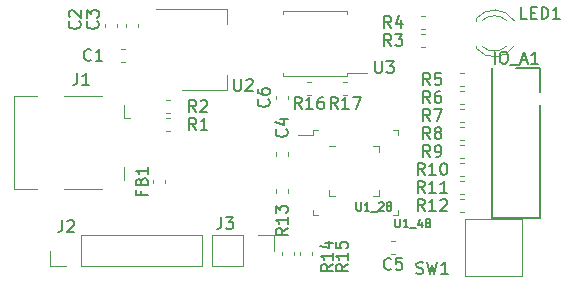
<source format=gbr>
G04 #@! TF.GenerationSoftware,KiCad,Pcbnew,(5.1.4)-1*
G04 #@! TF.CreationDate,2019-11-22T21:00:23+08:00*
G04 #@! TF.ProjectId,vllink_lite.r3,766c6c69-6e6b-45f6-9c69-74652e72332e,rev?*
G04 #@! TF.SameCoordinates,Original*
G04 #@! TF.FileFunction,Legend,Top*
G04 #@! TF.FilePolarity,Positive*
%FSLAX46Y46*%
G04 Gerber Fmt 4.6, Leading zero omitted, Abs format (unit mm)*
G04 Created by KiCad (PCBNEW (5.1.4)-1) date 2019-11-22 21:00:23*
%MOMM*%
%LPD*%
G04 APERTURE LIST*
%ADD10C,0.120000*%
%ADD11C,0.150000*%
G04 APERTURE END LIST*
D10*
X90110000Y-121726000D02*
X90110000Y-120396000D01*
X91440000Y-121726000D02*
X90110000Y-121726000D01*
X92710000Y-121726000D02*
X92710000Y-119066000D01*
X92710000Y-119066000D02*
X102930000Y-119066000D01*
X92710000Y-121726000D02*
X102930000Y-121726000D01*
X102930000Y-121726000D02*
X102930000Y-119066000D01*
X130042000Y-117714000D02*
X125242000Y-117714000D01*
X130042000Y-122514000D02*
X130042000Y-117714000D01*
X125242000Y-122514000D02*
X130042000Y-122514000D01*
X125242000Y-117714000D02*
X125242000Y-122514000D01*
X114239000Y-111555000D02*
X113714000Y-111555000D01*
X117934000Y-115775000D02*
X117934000Y-115250000D01*
X117409000Y-115775000D02*
X117934000Y-115775000D01*
X113714000Y-115775000D02*
X113714000Y-115250000D01*
X114239000Y-115775000D02*
X113714000Y-115775000D01*
X117934000Y-111555000D02*
X117934000Y-112080000D01*
X117409000Y-111555000D02*
X117934000Y-111555000D01*
X112341000Y-110644000D02*
X111051000Y-110644000D01*
X112341000Y-110194000D02*
X112341000Y-110644000D01*
X112791000Y-110194000D02*
X112341000Y-110194000D01*
X119561000Y-110194000D02*
X119561000Y-110644000D01*
X119111000Y-110194000D02*
X119561000Y-110194000D01*
X112341000Y-117414000D02*
X112341000Y-116964000D01*
X112791000Y-117414000D02*
X112341000Y-117414000D01*
X119561000Y-117414000D02*
X119561000Y-116964000D01*
X119111000Y-117414000D02*
X119561000Y-117414000D01*
X109026000Y-119066000D02*
X109026000Y-120396000D01*
X107696000Y-119066000D02*
X109026000Y-119066000D01*
X106426000Y-119066000D02*
X106426000Y-121726000D01*
X106426000Y-121726000D02*
X103826000Y-121726000D01*
X106426000Y-119066000D02*
X103826000Y-119066000D01*
X103826000Y-119066000D02*
X103826000Y-121726000D01*
X115247000Y-105335000D02*
X116922000Y-105335000D01*
X115247000Y-105595000D02*
X115247000Y-105335000D01*
X112522000Y-105595000D02*
X115247000Y-105595000D01*
X109797000Y-105595000D02*
X109797000Y-105335000D01*
X112522000Y-105595000D02*
X109797000Y-105595000D01*
X115247000Y-100145000D02*
X115247000Y-100405000D01*
X112522000Y-100145000D02*
X115247000Y-100145000D01*
X109797000Y-100145000D02*
X109797000Y-100405000D01*
X112522000Y-100145000D02*
X109797000Y-100145000D01*
X99024000Y-99968000D02*
X105034000Y-99968000D01*
X101274000Y-106788000D02*
X105034000Y-106788000D01*
X105034000Y-99968000D02*
X105034000Y-101228000D01*
X105034000Y-106788000D02*
X105034000Y-105528000D01*
X114899221Y-107190000D02*
X115224779Y-107190000D01*
X114899221Y-106170000D02*
X115224779Y-106170000D01*
X111851221Y-107190000D02*
X112176779Y-107190000D01*
X111851221Y-106170000D02*
X112176779Y-106170000D01*
X111250000Y-120487221D02*
X111250000Y-120812779D01*
X112270000Y-120487221D02*
X112270000Y-120812779D01*
X109726000Y-120487221D02*
X109726000Y-120812779D01*
X110746000Y-120487221D02*
X110746000Y-120812779D01*
X110238000Y-115504279D02*
X110238000Y-115178721D01*
X109218000Y-115504279D02*
X109218000Y-115178721D01*
X124805221Y-117096000D02*
X125130779Y-117096000D01*
X124805221Y-116076000D02*
X125130779Y-116076000D01*
X125130779Y-114552000D02*
X124805221Y-114552000D01*
X125130779Y-115572000D02*
X124805221Y-115572000D01*
X124805221Y-114048000D02*
X125130779Y-114048000D01*
X124805221Y-113028000D02*
X125130779Y-113028000D01*
X125130779Y-111504000D02*
X124805221Y-111504000D01*
X125130779Y-112524000D02*
X124805221Y-112524000D01*
X124805221Y-111000000D02*
X125130779Y-111000000D01*
X124805221Y-109980000D02*
X125130779Y-109980000D01*
X125130779Y-108456000D02*
X124805221Y-108456000D01*
X125130779Y-109476000D02*
X124805221Y-109476000D01*
X125130779Y-106932000D02*
X124805221Y-106932000D01*
X125130779Y-107952000D02*
X124805221Y-107952000D01*
X125130779Y-105408000D02*
X124805221Y-105408000D01*
X125130779Y-106428000D02*
X124805221Y-106428000D01*
X121503221Y-101602000D02*
X121828779Y-101602000D01*
X121503221Y-100582000D02*
X121828779Y-100582000D01*
X121503221Y-103126000D02*
X121828779Y-103126000D01*
X121503221Y-102106000D02*
X121828779Y-102106000D01*
X100238779Y-107694000D02*
X99913221Y-107694000D01*
X100238779Y-108714000D02*
X99913221Y-108714000D01*
X100238779Y-109218000D02*
X99913221Y-109218000D01*
X100238779Y-110238000D02*
X99913221Y-110238000D01*
X126132000Y-103094000D02*
X126132000Y-103250000D01*
X126132000Y-100778000D02*
X126132000Y-100934000D01*
X128733130Y-103093837D02*
G75*
G02X126651039Y-103094000I-1041130J1079837D01*
G01*
X128733130Y-100934163D02*
G75*
G03X126651039Y-100934000I-1041130J-1079837D01*
G01*
X129364335Y-103092608D02*
G75*
G02X126132000Y-103249516I-1672335J1078608D01*
G01*
X129364335Y-100935392D02*
G75*
G03X126132000Y-100778484I-1672335J-1078608D01*
G01*
X87054000Y-107342000D02*
X89004000Y-107342000D01*
X91224000Y-107342000D02*
X94454000Y-107342000D01*
X96374000Y-108062000D02*
X96374000Y-109142000D01*
X96374000Y-113362000D02*
X96374000Y-114442000D01*
X91224000Y-115162000D02*
X94454000Y-115162000D01*
X87054000Y-115162000D02*
X89004000Y-115162000D01*
X96374000Y-109142000D02*
X96804000Y-109142000D01*
X87054000Y-115162000D02*
X87054000Y-107342000D01*
D11*
X131572000Y-108077000D02*
X131572000Y-117602000D01*
X127508000Y-117602000D02*
X127508000Y-104902000D01*
X131572000Y-104902000D02*
X131572000Y-106934000D01*
X129540000Y-104902000D02*
X131572000Y-104902000D01*
X127508000Y-117602000D02*
X131572000Y-117602000D01*
D10*
X99824000Y-114716779D02*
X99824000Y-114391221D01*
X98804000Y-114716779D02*
X98804000Y-114391221D01*
X109218000Y-107279221D02*
X109218000Y-107604779D01*
X110238000Y-107279221D02*
X110238000Y-107604779D01*
X119288779Y-119632000D02*
X118963221Y-119632000D01*
X119288779Y-120652000D02*
X118963221Y-120652000D01*
X110238000Y-112405279D02*
X110238000Y-112079721D01*
X109218000Y-112405279D02*
X109218000Y-112079721D01*
X97538000Y-101508779D02*
X97538000Y-101183221D01*
X96518000Y-101508779D02*
X96518000Y-101183221D01*
X95760000Y-101508779D02*
X95760000Y-101183221D01*
X94740000Y-101508779D02*
X94740000Y-101183221D01*
X96403279Y-103376000D02*
X96077721Y-103376000D01*
X96403279Y-104396000D02*
X96077721Y-104396000D01*
D11*
X91106666Y-117816380D02*
X91106666Y-118530666D01*
X91059047Y-118673523D01*
X90963809Y-118768761D01*
X90820952Y-118816380D01*
X90725714Y-118816380D01*
X91535238Y-117911619D02*
X91582857Y-117864000D01*
X91678095Y-117816380D01*
X91916190Y-117816380D01*
X92011428Y-117864000D01*
X92059047Y-117911619D01*
X92106666Y-118006857D01*
X92106666Y-118102095D01*
X92059047Y-118244952D01*
X91487619Y-118816380D01*
X92106666Y-118816380D01*
X121094666Y-122324761D02*
X121237523Y-122372380D01*
X121475619Y-122372380D01*
X121570857Y-122324761D01*
X121618476Y-122277142D01*
X121666095Y-122181904D01*
X121666095Y-122086666D01*
X121618476Y-121991428D01*
X121570857Y-121943809D01*
X121475619Y-121896190D01*
X121285142Y-121848571D01*
X121189904Y-121800952D01*
X121142285Y-121753333D01*
X121094666Y-121658095D01*
X121094666Y-121562857D01*
X121142285Y-121467619D01*
X121189904Y-121420000D01*
X121285142Y-121372380D01*
X121523238Y-121372380D01*
X121666095Y-121420000D01*
X121999428Y-121372380D02*
X122237523Y-122372380D01*
X122428000Y-121658095D01*
X122618476Y-122372380D01*
X122856571Y-121372380D01*
X123761333Y-122372380D02*
X123189904Y-122372380D01*
X123475619Y-122372380D02*
X123475619Y-121372380D01*
X123380380Y-121515238D01*
X123285142Y-121610476D01*
X123189904Y-121658095D01*
X116008333Y-116329666D02*
X116008333Y-116896333D01*
X116041666Y-116963000D01*
X116075000Y-116996333D01*
X116141666Y-117029666D01*
X116275000Y-117029666D01*
X116341666Y-116996333D01*
X116375000Y-116963000D01*
X116408333Y-116896333D01*
X116408333Y-116329666D01*
X117108333Y-117029666D02*
X116708333Y-117029666D01*
X116908333Y-117029666D02*
X116908333Y-116329666D01*
X116841666Y-116429666D01*
X116775000Y-116496333D01*
X116708333Y-116529666D01*
X117241666Y-117096333D02*
X117775000Y-117096333D01*
X117908333Y-116396333D02*
X117941666Y-116363000D01*
X118008333Y-116329666D01*
X118175000Y-116329666D01*
X118241666Y-116363000D01*
X118275000Y-116396333D01*
X118308333Y-116463000D01*
X118308333Y-116529666D01*
X118275000Y-116629666D01*
X117875000Y-117029666D01*
X118308333Y-117029666D01*
X118708333Y-116629666D02*
X118641666Y-116596333D01*
X118608333Y-116563000D01*
X118575000Y-116496333D01*
X118575000Y-116463000D01*
X118608333Y-116396333D01*
X118641666Y-116363000D01*
X118708333Y-116329666D01*
X118841666Y-116329666D01*
X118908333Y-116363000D01*
X118941666Y-116396333D01*
X118975000Y-116463000D01*
X118975000Y-116496333D01*
X118941666Y-116563000D01*
X118908333Y-116596333D01*
X118841666Y-116629666D01*
X118708333Y-116629666D01*
X118641666Y-116663000D01*
X118608333Y-116696333D01*
X118575000Y-116763000D01*
X118575000Y-116896333D01*
X118608333Y-116963000D01*
X118641666Y-116996333D01*
X118708333Y-117029666D01*
X118841666Y-117029666D01*
X118908333Y-116996333D01*
X118941666Y-116963000D01*
X118975000Y-116896333D01*
X118975000Y-116763000D01*
X118941666Y-116696333D01*
X118908333Y-116663000D01*
X118841666Y-116629666D01*
X119310333Y-117726666D02*
X119310333Y-118293333D01*
X119343666Y-118360000D01*
X119377000Y-118393333D01*
X119443666Y-118426666D01*
X119577000Y-118426666D01*
X119643666Y-118393333D01*
X119677000Y-118360000D01*
X119710333Y-118293333D01*
X119710333Y-117726666D01*
X120410333Y-118426666D02*
X120010333Y-118426666D01*
X120210333Y-118426666D02*
X120210333Y-117726666D01*
X120143666Y-117826666D01*
X120077000Y-117893333D01*
X120010333Y-117926666D01*
X120543666Y-118493333D02*
X121077000Y-118493333D01*
X121543666Y-117960000D02*
X121543666Y-118426666D01*
X121377000Y-117693333D02*
X121210333Y-118193333D01*
X121643666Y-118193333D01*
X122010333Y-118026666D02*
X121943666Y-117993333D01*
X121910333Y-117960000D01*
X121877000Y-117893333D01*
X121877000Y-117860000D01*
X121910333Y-117793333D01*
X121943666Y-117760000D01*
X122010333Y-117726666D01*
X122143666Y-117726666D01*
X122210333Y-117760000D01*
X122243666Y-117793333D01*
X122277000Y-117860000D01*
X122277000Y-117893333D01*
X122243666Y-117960000D01*
X122210333Y-117993333D01*
X122143666Y-118026666D01*
X122010333Y-118026666D01*
X121943666Y-118060000D01*
X121910333Y-118093333D01*
X121877000Y-118160000D01*
X121877000Y-118293333D01*
X121910333Y-118360000D01*
X121943666Y-118393333D01*
X122010333Y-118426666D01*
X122143666Y-118426666D01*
X122210333Y-118393333D01*
X122243666Y-118360000D01*
X122277000Y-118293333D01*
X122277000Y-118160000D01*
X122243666Y-118093333D01*
X122210333Y-118060000D01*
X122143666Y-118026666D01*
X104568666Y-117562380D02*
X104568666Y-118276666D01*
X104521047Y-118419523D01*
X104425809Y-118514761D01*
X104282952Y-118562380D01*
X104187714Y-118562380D01*
X104949619Y-117562380D02*
X105568666Y-117562380D01*
X105235333Y-117943333D01*
X105378190Y-117943333D01*
X105473428Y-117990952D01*
X105521047Y-118038571D01*
X105568666Y-118133809D01*
X105568666Y-118371904D01*
X105521047Y-118467142D01*
X105473428Y-118514761D01*
X105378190Y-118562380D01*
X105092476Y-118562380D01*
X104997238Y-118514761D01*
X104949619Y-118467142D01*
X117602095Y-104354380D02*
X117602095Y-105163904D01*
X117649714Y-105259142D01*
X117697333Y-105306761D01*
X117792571Y-105354380D01*
X117983047Y-105354380D01*
X118078285Y-105306761D01*
X118125904Y-105259142D01*
X118173523Y-105163904D01*
X118173523Y-104354380D01*
X118554476Y-104354380D02*
X119173523Y-104354380D01*
X118840190Y-104735333D01*
X118983047Y-104735333D01*
X119078285Y-104782952D01*
X119125904Y-104830571D01*
X119173523Y-104925809D01*
X119173523Y-105163904D01*
X119125904Y-105259142D01*
X119078285Y-105306761D01*
X118983047Y-105354380D01*
X118697333Y-105354380D01*
X118602095Y-105306761D01*
X118554476Y-105259142D01*
X105664095Y-105878380D02*
X105664095Y-106687904D01*
X105711714Y-106783142D01*
X105759333Y-106830761D01*
X105854571Y-106878380D01*
X106045047Y-106878380D01*
X106140285Y-106830761D01*
X106187904Y-106783142D01*
X106235523Y-106687904D01*
X106235523Y-105878380D01*
X106664095Y-105973619D02*
X106711714Y-105926000D01*
X106806952Y-105878380D01*
X107045047Y-105878380D01*
X107140285Y-105926000D01*
X107187904Y-105973619D01*
X107235523Y-106068857D01*
X107235523Y-106164095D01*
X107187904Y-106306952D01*
X106616476Y-106878380D01*
X107235523Y-106878380D01*
X114419142Y-108402380D02*
X114085809Y-107926190D01*
X113847714Y-108402380D02*
X113847714Y-107402380D01*
X114228666Y-107402380D01*
X114323904Y-107450000D01*
X114371523Y-107497619D01*
X114419142Y-107592857D01*
X114419142Y-107735714D01*
X114371523Y-107830952D01*
X114323904Y-107878571D01*
X114228666Y-107926190D01*
X113847714Y-107926190D01*
X115371523Y-108402380D02*
X114800095Y-108402380D01*
X115085809Y-108402380D02*
X115085809Y-107402380D01*
X114990571Y-107545238D01*
X114895333Y-107640476D01*
X114800095Y-107688095D01*
X115704857Y-107402380D02*
X116371523Y-107402380D01*
X115942952Y-108402380D01*
X111371142Y-108402380D02*
X111037809Y-107926190D01*
X110799714Y-108402380D02*
X110799714Y-107402380D01*
X111180666Y-107402380D01*
X111275904Y-107450000D01*
X111323523Y-107497619D01*
X111371142Y-107592857D01*
X111371142Y-107735714D01*
X111323523Y-107830952D01*
X111275904Y-107878571D01*
X111180666Y-107926190D01*
X110799714Y-107926190D01*
X112323523Y-108402380D02*
X111752095Y-108402380D01*
X112037809Y-108402380D02*
X112037809Y-107402380D01*
X111942571Y-107545238D01*
X111847333Y-107640476D01*
X111752095Y-107688095D01*
X113180666Y-107402380D02*
X112990190Y-107402380D01*
X112894952Y-107450000D01*
X112847333Y-107497619D01*
X112752095Y-107640476D01*
X112704476Y-107830952D01*
X112704476Y-108211904D01*
X112752095Y-108307142D01*
X112799714Y-108354761D01*
X112894952Y-108402380D01*
X113085428Y-108402380D01*
X113180666Y-108354761D01*
X113228285Y-108307142D01*
X113275904Y-108211904D01*
X113275904Y-107973809D01*
X113228285Y-107878571D01*
X113180666Y-107830952D01*
X113085428Y-107783333D01*
X112894952Y-107783333D01*
X112799714Y-107830952D01*
X112752095Y-107878571D01*
X112704476Y-107973809D01*
X115260380Y-121546857D02*
X114784190Y-121880190D01*
X115260380Y-122118285D02*
X114260380Y-122118285D01*
X114260380Y-121737333D01*
X114308000Y-121642095D01*
X114355619Y-121594476D01*
X114450857Y-121546857D01*
X114593714Y-121546857D01*
X114688952Y-121594476D01*
X114736571Y-121642095D01*
X114784190Y-121737333D01*
X114784190Y-122118285D01*
X115260380Y-120594476D02*
X115260380Y-121165904D01*
X115260380Y-120880190D02*
X114260380Y-120880190D01*
X114403238Y-120975428D01*
X114498476Y-121070666D01*
X114546095Y-121165904D01*
X114260380Y-119689714D02*
X114260380Y-120165904D01*
X114736571Y-120213523D01*
X114688952Y-120165904D01*
X114641333Y-120070666D01*
X114641333Y-119832571D01*
X114688952Y-119737333D01*
X114736571Y-119689714D01*
X114831809Y-119642095D01*
X115069904Y-119642095D01*
X115165142Y-119689714D01*
X115212761Y-119737333D01*
X115260380Y-119832571D01*
X115260380Y-120070666D01*
X115212761Y-120165904D01*
X115165142Y-120213523D01*
X113990380Y-121546857D02*
X113514190Y-121880190D01*
X113990380Y-122118285D02*
X112990380Y-122118285D01*
X112990380Y-121737333D01*
X113038000Y-121642095D01*
X113085619Y-121594476D01*
X113180857Y-121546857D01*
X113323714Y-121546857D01*
X113418952Y-121594476D01*
X113466571Y-121642095D01*
X113514190Y-121737333D01*
X113514190Y-122118285D01*
X113990380Y-120594476D02*
X113990380Y-121165904D01*
X113990380Y-120880190D02*
X112990380Y-120880190D01*
X113133238Y-120975428D01*
X113228476Y-121070666D01*
X113276095Y-121165904D01*
X113323714Y-119737333D02*
X113990380Y-119737333D01*
X112942761Y-119975428D02*
X113657047Y-120213523D01*
X113657047Y-119594476D01*
X110180380Y-118498857D02*
X109704190Y-118832190D01*
X110180380Y-119070285D02*
X109180380Y-119070285D01*
X109180380Y-118689333D01*
X109228000Y-118594095D01*
X109275619Y-118546476D01*
X109370857Y-118498857D01*
X109513714Y-118498857D01*
X109608952Y-118546476D01*
X109656571Y-118594095D01*
X109704190Y-118689333D01*
X109704190Y-119070285D01*
X110180380Y-117546476D02*
X110180380Y-118117904D01*
X110180380Y-117832190D02*
X109180380Y-117832190D01*
X109323238Y-117927428D01*
X109418476Y-118022666D01*
X109466095Y-118117904D01*
X109180380Y-117213142D02*
X109180380Y-116594095D01*
X109561333Y-116927428D01*
X109561333Y-116784571D01*
X109608952Y-116689333D01*
X109656571Y-116641714D01*
X109751809Y-116594095D01*
X109989904Y-116594095D01*
X110085142Y-116641714D01*
X110132761Y-116689333D01*
X110180380Y-116784571D01*
X110180380Y-117070285D01*
X110132761Y-117165523D01*
X110085142Y-117213142D01*
X121785142Y-117038380D02*
X121451809Y-116562190D01*
X121213714Y-117038380D02*
X121213714Y-116038380D01*
X121594666Y-116038380D01*
X121689904Y-116086000D01*
X121737523Y-116133619D01*
X121785142Y-116228857D01*
X121785142Y-116371714D01*
X121737523Y-116466952D01*
X121689904Y-116514571D01*
X121594666Y-116562190D01*
X121213714Y-116562190D01*
X122737523Y-117038380D02*
X122166095Y-117038380D01*
X122451809Y-117038380D02*
X122451809Y-116038380D01*
X122356571Y-116181238D01*
X122261333Y-116276476D01*
X122166095Y-116324095D01*
X123118476Y-116133619D02*
X123166095Y-116086000D01*
X123261333Y-116038380D01*
X123499428Y-116038380D01*
X123594666Y-116086000D01*
X123642285Y-116133619D01*
X123689904Y-116228857D01*
X123689904Y-116324095D01*
X123642285Y-116466952D01*
X123070857Y-117038380D01*
X123689904Y-117038380D01*
X121785142Y-115514380D02*
X121451809Y-115038190D01*
X121213714Y-115514380D02*
X121213714Y-114514380D01*
X121594666Y-114514380D01*
X121689904Y-114562000D01*
X121737523Y-114609619D01*
X121785142Y-114704857D01*
X121785142Y-114847714D01*
X121737523Y-114942952D01*
X121689904Y-114990571D01*
X121594666Y-115038190D01*
X121213714Y-115038190D01*
X122737523Y-115514380D02*
X122166095Y-115514380D01*
X122451809Y-115514380D02*
X122451809Y-114514380D01*
X122356571Y-114657238D01*
X122261333Y-114752476D01*
X122166095Y-114800095D01*
X123689904Y-115514380D02*
X123118476Y-115514380D01*
X123404190Y-115514380D02*
X123404190Y-114514380D01*
X123308952Y-114657238D01*
X123213714Y-114752476D01*
X123118476Y-114800095D01*
X121785142Y-113990380D02*
X121451809Y-113514190D01*
X121213714Y-113990380D02*
X121213714Y-112990380D01*
X121594666Y-112990380D01*
X121689904Y-113038000D01*
X121737523Y-113085619D01*
X121785142Y-113180857D01*
X121785142Y-113323714D01*
X121737523Y-113418952D01*
X121689904Y-113466571D01*
X121594666Y-113514190D01*
X121213714Y-113514190D01*
X122737523Y-113990380D02*
X122166095Y-113990380D01*
X122451809Y-113990380D02*
X122451809Y-112990380D01*
X122356571Y-113133238D01*
X122261333Y-113228476D01*
X122166095Y-113276095D01*
X123356571Y-112990380D02*
X123451809Y-112990380D01*
X123547047Y-113038000D01*
X123594666Y-113085619D01*
X123642285Y-113180857D01*
X123689904Y-113371333D01*
X123689904Y-113609428D01*
X123642285Y-113799904D01*
X123594666Y-113895142D01*
X123547047Y-113942761D01*
X123451809Y-113990380D01*
X123356571Y-113990380D01*
X123261333Y-113942761D01*
X123213714Y-113895142D01*
X123166095Y-113799904D01*
X123118476Y-113609428D01*
X123118476Y-113371333D01*
X123166095Y-113180857D01*
X123213714Y-113085619D01*
X123261333Y-113038000D01*
X123356571Y-112990380D01*
X122261333Y-112466380D02*
X121928000Y-111990190D01*
X121689904Y-112466380D02*
X121689904Y-111466380D01*
X122070857Y-111466380D01*
X122166095Y-111514000D01*
X122213714Y-111561619D01*
X122261333Y-111656857D01*
X122261333Y-111799714D01*
X122213714Y-111894952D01*
X122166095Y-111942571D01*
X122070857Y-111990190D01*
X121689904Y-111990190D01*
X122737523Y-112466380D02*
X122928000Y-112466380D01*
X123023238Y-112418761D01*
X123070857Y-112371142D01*
X123166095Y-112228285D01*
X123213714Y-112037809D01*
X123213714Y-111656857D01*
X123166095Y-111561619D01*
X123118476Y-111514000D01*
X123023238Y-111466380D01*
X122832761Y-111466380D01*
X122737523Y-111514000D01*
X122689904Y-111561619D01*
X122642285Y-111656857D01*
X122642285Y-111894952D01*
X122689904Y-111990190D01*
X122737523Y-112037809D01*
X122832761Y-112085428D01*
X123023238Y-112085428D01*
X123118476Y-112037809D01*
X123166095Y-111990190D01*
X123213714Y-111894952D01*
X122261333Y-110942380D02*
X121928000Y-110466190D01*
X121689904Y-110942380D02*
X121689904Y-109942380D01*
X122070857Y-109942380D01*
X122166095Y-109990000D01*
X122213714Y-110037619D01*
X122261333Y-110132857D01*
X122261333Y-110275714D01*
X122213714Y-110370952D01*
X122166095Y-110418571D01*
X122070857Y-110466190D01*
X121689904Y-110466190D01*
X122832761Y-110370952D02*
X122737523Y-110323333D01*
X122689904Y-110275714D01*
X122642285Y-110180476D01*
X122642285Y-110132857D01*
X122689904Y-110037619D01*
X122737523Y-109990000D01*
X122832761Y-109942380D01*
X123023238Y-109942380D01*
X123118476Y-109990000D01*
X123166095Y-110037619D01*
X123213714Y-110132857D01*
X123213714Y-110180476D01*
X123166095Y-110275714D01*
X123118476Y-110323333D01*
X123023238Y-110370952D01*
X122832761Y-110370952D01*
X122737523Y-110418571D01*
X122689904Y-110466190D01*
X122642285Y-110561428D01*
X122642285Y-110751904D01*
X122689904Y-110847142D01*
X122737523Y-110894761D01*
X122832761Y-110942380D01*
X123023238Y-110942380D01*
X123118476Y-110894761D01*
X123166095Y-110847142D01*
X123213714Y-110751904D01*
X123213714Y-110561428D01*
X123166095Y-110466190D01*
X123118476Y-110418571D01*
X123023238Y-110370952D01*
X122261333Y-109418380D02*
X121928000Y-108942190D01*
X121689904Y-109418380D02*
X121689904Y-108418380D01*
X122070857Y-108418380D01*
X122166095Y-108466000D01*
X122213714Y-108513619D01*
X122261333Y-108608857D01*
X122261333Y-108751714D01*
X122213714Y-108846952D01*
X122166095Y-108894571D01*
X122070857Y-108942190D01*
X121689904Y-108942190D01*
X122594666Y-108418380D02*
X123261333Y-108418380D01*
X122832761Y-109418380D01*
X122261333Y-107894380D02*
X121928000Y-107418190D01*
X121689904Y-107894380D02*
X121689904Y-106894380D01*
X122070857Y-106894380D01*
X122166095Y-106942000D01*
X122213714Y-106989619D01*
X122261333Y-107084857D01*
X122261333Y-107227714D01*
X122213714Y-107322952D01*
X122166095Y-107370571D01*
X122070857Y-107418190D01*
X121689904Y-107418190D01*
X123118476Y-106894380D02*
X122928000Y-106894380D01*
X122832761Y-106942000D01*
X122785142Y-106989619D01*
X122689904Y-107132476D01*
X122642285Y-107322952D01*
X122642285Y-107703904D01*
X122689904Y-107799142D01*
X122737523Y-107846761D01*
X122832761Y-107894380D01*
X123023238Y-107894380D01*
X123118476Y-107846761D01*
X123166095Y-107799142D01*
X123213714Y-107703904D01*
X123213714Y-107465809D01*
X123166095Y-107370571D01*
X123118476Y-107322952D01*
X123023238Y-107275333D01*
X122832761Y-107275333D01*
X122737523Y-107322952D01*
X122689904Y-107370571D01*
X122642285Y-107465809D01*
X122261333Y-106370380D02*
X121928000Y-105894190D01*
X121689904Y-106370380D02*
X121689904Y-105370380D01*
X122070857Y-105370380D01*
X122166095Y-105418000D01*
X122213714Y-105465619D01*
X122261333Y-105560857D01*
X122261333Y-105703714D01*
X122213714Y-105798952D01*
X122166095Y-105846571D01*
X122070857Y-105894190D01*
X121689904Y-105894190D01*
X123166095Y-105370380D02*
X122689904Y-105370380D01*
X122642285Y-105846571D01*
X122689904Y-105798952D01*
X122785142Y-105751333D01*
X123023238Y-105751333D01*
X123118476Y-105798952D01*
X123166095Y-105846571D01*
X123213714Y-105941809D01*
X123213714Y-106179904D01*
X123166095Y-106275142D01*
X123118476Y-106322761D01*
X123023238Y-106370380D01*
X122785142Y-106370380D01*
X122689904Y-106322761D01*
X122642285Y-106275142D01*
X118959333Y-101544380D02*
X118626000Y-101068190D01*
X118387904Y-101544380D02*
X118387904Y-100544380D01*
X118768857Y-100544380D01*
X118864095Y-100592000D01*
X118911714Y-100639619D01*
X118959333Y-100734857D01*
X118959333Y-100877714D01*
X118911714Y-100972952D01*
X118864095Y-101020571D01*
X118768857Y-101068190D01*
X118387904Y-101068190D01*
X119816476Y-100877714D02*
X119816476Y-101544380D01*
X119578380Y-100496761D02*
X119340285Y-101211047D01*
X119959333Y-101211047D01*
X118959333Y-103068380D02*
X118626000Y-102592190D01*
X118387904Y-103068380D02*
X118387904Y-102068380D01*
X118768857Y-102068380D01*
X118864095Y-102116000D01*
X118911714Y-102163619D01*
X118959333Y-102258857D01*
X118959333Y-102401714D01*
X118911714Y-102496952D01*
X118864095Y-102544571D01*
X118768857Y-102592190D01*
X118387904Y-102592190D01*
X119292666Y-102068380D02*
X119911714Y-102068380D01*
X119578380Y-102449333D01*
X119721238Y-102449333D01*
X119816476Y-102496952D01*
X119864095Y-102544571D01*
X119911714Y-102639809D01*
X119911714Y-102877904D01*
X119864095Y-102973142D01*
X119816476Y-103020761D01*
X119721238Y-103068380D01*
X119435523Y-103068380D01*
X119340285Y-103020761D01*
X119292666Y-102973142D01*
X102449333Y-108656380D02*
X102116000Y-108180190D01*
X101877904Y-108656380D02*
X101877904Y-107656380D01*
X102258857Y-107656380D01*
X102354095Y-107704000D01*
X102401714Y-107751619D01*
X102449333Y-107846857D01*
X102449333Y-107989714D01*
X102401714Y-108084952D01*
X102354095Y-108132571D01*
X102258857Y-108180190D01*
X101877904Y-108180190D01*
X102830285Y-107751619D02*
X102877904Y-107704000D01*
X102973142Y-107656380D01*
X103211238Y-107656380D01*
X103306476Y-107704000D01*
X103354095Y-107751619D01*
X103401714Y-107846857D01*
X103401714Y-107942095D01*
X103354095Y-108084952D01*
X102782666Y-108656380D01*
X103401714Y-108656380D01*
X102449333Y-110180380D02*
X102116000Y-109704190D01*
X101877904Y-110180380D02*
X101877904Y-109180380D01*
X102258857Y-109180380D01*
X102354095Y-109228000D01*
X102401714Y-109275619D01*
X102449333Y-109370857D01*
X102449333Y-109513714D01*
X102401714Y-109608952D01*
X102354095Y-109656571D01*
X102258857Y-109704190D01*
X101877904Y-109704190D01*
X103401714Y-110180380D02*
X102830285Y-110180380D01*
X103116000Y-110180380D02*
X103116000Y-109180380D01*
X103020761Y-109323238D01*
X102925523Y-109418476D01*
X102830285Y-109466095D01*
X130452952Y-100782380D02*
X129976761Y-100782380D01*
X129976761Y-99782380D01*
X130786285Y-100258571D02*
X131119619Y-100258571D01*
X131262476Y-100782380D02*
X130786285Y-100782380D01*
X130786285Y-99782380D01*
X131262476Y-99782380D01*
X131691047Y-100782380D02*
X131691047Y-99782380D01*
X131929142Y-99782380D01*
X132072000Y-99830000D01*
X132167238Y-99925238D01*
X132214857Y-100020476D01*
X132262476Y-100210952D01*
X132262476Y-100353809D01*
X132214857Y-100544285D01*
X132167238Y-100639523D01*
X132072000Y-100734761D01*
X131929142Y-100782380D01*
X131691047Y-100782380D01*
X133214857Y-100782380D02*
X132643428Y-100782380D01*
X132929142Y-100782380D02*
X132929142Y-99782380D01*
X132833904Y-99925238D01*
X132738666Y-100020476D01*
X132643428Y-100068095D01*
X92376666Y-105370380D02*
X92376666Y-106084666D01*
X92329047Y-106227523D01*
X92233809Y-106322761D01*
X92090952Y-106370380D01*
X91995714Y-106370380D01*
X93376666Y-106370380D02*
X92805238Y-106370380D01*
X93090952Y-106370380D02*
X93090952Y-105370380D01*
X92995714Y-105513238D01*
X92900476Y-105608476D01*
X92805238Y-105656095D01*
X127730476Y-104566380D02*
X127730476Y-103566380D01*
X128397142Y-103566380D02*
X128587619Y-103566380D01*
X128682857Y-103614000D01*
X128778095Y-103709238D01*
X128825714Y-103899714D01*
X128825714Y-104233047D01*
X128778095Y-104423523D01*
X128682857Y-104518761D01*
X128587619Y-104566380D01*
X128397142Y-104566380D01*
X128301904Y-104518761D01*
X128206666Y-104423523D01*
X128159047Y-104233047D01*
X128159047Y-103899714D01*
X128206666Y-103709238D01*
X128301904Y-103614000D01*
X128397142Y-103566380D01*
X129016190Y-104661619D02*
X129778095Y-104661619D01*
X129968571Y-104280666D02*
X130444761Y-104280666D01*
X129873333Y-104566380D02*
X130206666Y-103566380D01*
X130540000Y-104566380D01*
X131397142Y-104566380D02*
X130825714Y-104566380D01*
X131111428Y-104566380D02*
X131111428Y-103566380D01*
X131016190Y-103709238D01*
X130920952Y-103804476D01*
X130825714Y-103852095D01*
X97812571Y-115387333D02*
X97812571Y-115720666D01*
X98336380Y-115720666D02*
X97336380Y-115720666D01*
X97336380Y-115244476D01*
X97812571Y-114530190D02*
X97860190Y-114387333D01*
X97907809Y-114339714D01*
X98003047Y-114292095D01*
X98145904Y-114292095D01*
X98241142Y-114339714D01*
X98288761Y-114387333D01*
X98336380Y-114482571D01*
X98336380Y-114863523D01*
X97336380Y-114863523D01*
X97336380Y-114530190D01*
X97384000Y-114434952D01*
X97431619Y-114387333D01*
X97526857Y-114339714D01*
X97622095Y-114339714D01*
X97717333Y-114387333D01*
X97764952Y-114434952D01*
X97812571Y-114530190D01*
X97812571Y-114863523D01*
X98336380Y-113339714D02*
X98336380Y-113911142D01*
X98336380Y-113625428D02*
X97336380Y-113625428D01*
X97479238Y-113720666D01*
X97574476Y-113815904D01*
X97622095Y-113911142D01*
X108561142Y-107608666D02*
X108608761Y-107656285D01*
X108656380Y-107799142D01*
X108656380Y-107894380D01*
X108608761Y-108037238D01*
X108513523Y-108132476D01*
X108418285Y-108180095D01*
X108227809Y-108227714D01*
X108084952Y-108227714D01*
X107894476Y-108180095D01*
X107799238Y-108132476D01*
X107704000Y-108037238D01*
X107656380Y-107894380D01*
X107656380Y-107799142D01*
X107704000Y-107656285D01*
X107751619Y-107608666D01*
X107656380Y-106751523D02*
X107656380Y-106942000D01*
X107704000Y-107037238D01*
X107751619Y-107084857D01*
X107894476Y-107180095D01*
X108084952Y-107227714D01*
X108465904Y-107227714D01*
X108561142Y-107180095D01*
X108608761Y-107132476D01*
X108656380Y-107037238D01*
X108656380Y-106846761D01*
X108608761Y-106751523D01*
X108561142Y-106703904D01*
X108465904Y-106656285D01*
X108227809Y-106656285D01*
X108132571Y-106703904D01*
X108084952Y-106751523D01*
X108037333Y-106846761D01*
X108037333Y-107037238D01*
X108084952Y-107132476D01*
X108132571Y-107180095D01*
X108227809Y-107227714D01*
X118959333Y-121929142D02*
X118911714Y-121976761D01*
X118768857Y-122024380D01*
X118673619Y-122024380D01*
X118530761Y-121976761D01*
X118435523Y-121881523D01*
X118387904Y-121786285D01*
X118340285Y-121595809D01*
X118340285Y-121452952D01*
X118387904Y-121262476D01*
X118435523Y-121167238D01*
X118530761Y-121072000D01*
X118673619Y-121024380D01*
X118768857Y-121024380D01*
X118911714Y-121072000D01*
X118959333Y-121119619D01*
X119864095Y-121024380D02*
X119387904Y-121024380D01*
X119340285Y-121500571D01*
X119387904Y-121452952D01*
X119483142Y-121405333D01*
X119721238Y-121405333D01*
X119816476Y-121452952D01*
X119864095Y-121500571D01*
X119911714Y-121595809D01*
X119911714Y-121833904D01*
X119864095Y-121929142D01*
X119816476Y-121976761D01*
X119721238Y-122024380D01*
X119483142Y-122024380D01*
X119387904Y-121976761D01*
X119340285Y-121929142D01*
X110085142Y-110148666D02*
X110132761Y-110196285D01*
X110180380Y-110339142D01*
X110180380Y-110434380D01*
X110132761Y-110577238D01*
X110037523Y-110672476D01*
X109942285Y-110720095D01*
X109751809Y-110767714D01*
X109608952Y-110767714D01*
X109418476Y-110720095D01*
X109323238Y-110672476D01*
X109228000Y-110577238D01*
X109180380Y-110434380D01*
X109180380Y-110339142D01*
X109228000Y-110196285D01*
X109275619Y-110148666D01*
X109513714Y-109291523D02*
X110180380Y-109291523D01*
X109132761Y-109529619D02*
X109847047Y-109767714D01*
X109847047Y-109148666D01*
X94083142Y-101004666D02*
X94130761Y-101052285D01*
X94178380Y-101195142D01*
X94178380Y-101290380D01*
X94130761Y-101433238D01*
X94035523Y-101528476D01*
X93940285Y-101576095D01*
X93749809Y-101623714D01*
X93606952Y-101623714D01*
X93416476Y-101576095D01*
X93321238Y-101528476D01*
X93226000Y-101433238D01*
X93178380Y-101290380D01*
X93178380Y-101195142D01*
X93226000Y-101052285D01*
X93273619Y-101004666D01*
X93178380Y-100671333D02*
X93178380Y-100052285D01*
X93559333Y-100385619D01*
X93559333Y-100242761D01*
X93606952Y-100147523D01*
X93654571Y-100099904D01*
X93749809Y-100052285D01*
X93987904Y-100052285D01*
X94083142Y-100099904D01*
X94130761Y-100147523D01*
X94178380Y-100242761D01*
X94178380Y-100528476D01*
X94130761Y-100623714D01*
X94083142Y-100671333D01*
X92559142Y-101004666D02*
X92606761Y-101052285D01*
X92654380Y-101195142D01*
X92654380Y-101290380D01*
X92606761Y-101433238D01*
X92511523Y-101528476D01*
X92416285Y-101576095D01*
X92225809Y-101623714D01*
X92082952Y-101623714D01*
X91892476Y-101576095D01*
X91797238Y-101528476D01*
X91702000Y-101433238D01*
X91654380Y-101290380D01*
X91654380Y-101195142D01*
X91702000Y-101052285D01*
X91749619Y-101004666D01*
X91749619Y-100623714D02*
X91702000Y-100576095D01*
X91654380Y-100480857D01*
X91654380Y-100242761D01*
X91702000Y-100147523D01*
X91749619Y-100099904D01*
X91844857Y-100052285D01*
X91940095Y-100052285D01*
X92082952Y-100099904D01*
X92654380Y-100671333D01*
X92654380Y-100052285D01*
X93559333Y-104243142D02*
X93511714Y-104290761D01*
X93368857Y-104338380D01*
X93273619Y-104338380D01*
X93130761Y-104290761D01*
X93035523Y-104195523D01*
X92987904Y-104100285D01*
X92940285Y-103909809D01*
X92940285Y-103766952D01*
X92987904Y-103576476D01*
X93035523Y-103481238D01*
X93130761Y-103386000D01*
X93273619Y-103338380D01*
X93368857Y-103338380D01*
X93511714Y-103386000D01*
X93559333Y-103433619D01*
X94511714Y-104338380D02*
X93940285Y-104338380D01*
X94226000Y-104338380D02*
X94226000Y-103338380D01*
X94130761Y-103481238D01*
X94035523Y-103576476D01*
X93940285Y-103624095D01*
M02*

</source>
